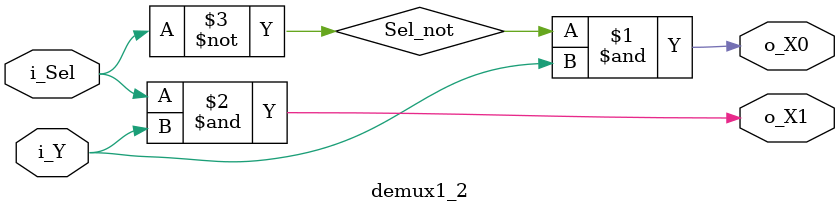
<source format=v>
module demux1_2 (
    input i_Y, input i_Sel,  output o_X0, output o_X1
);

    wire Sel_not;
    not nSel(Sel_not, i_Sel);
    
    and salida_x0(o_X0, Sel_not, i_Y);
    and salida_x1(o_X1, i_Sel, i_Y);
    
endmodule
</source>
